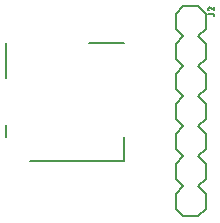
<source format=gbr>
G04 EAGLE Gerber X2 export*
%TF.Part,Single*%
%TF.FileFunction,Legend,Top,1*%
%TF.FilePolarity,Positive*%
%TF.GenerationSoftware,Autodesk,EAGLE,8.7.1*%
%TF.CreationDate,2018-04-15T23:48:00Z*%
G75*
%MOMM*%
%FSLAX34Y34*%
%LPD*%
%AMOC8*
5,1,8,0,0,1.08239X$1,22.5*%
G01*
%ADD10C,0.152400*%
%ADD11C,0.203200*%
%ADD12C,0.127000*%


D10*
X100000Y0D02*
X20000Y0D01*
X0Y70000D02*
X0Y100000D01*
X0Y30000D02*
X0Y20000D01*
X100000Y20000D02*
X100000Y0D01*
X100000Y100000D02*
X70000Y100000D01*
D11*
X169100Y-28250D02*
X169100Y-40950D01*
X162750Y-47300D01*
X150050Y-47300D02*
X143700Y-40950D01*
X169100Y-2850D02*
X162750Y3500D01*
X169100Y-2850D02*
X169100Y-15550D01*
X162750Y-21900D01*
X150050Y-21900D02*
X143700Y-15550D01*
X143700Y-2850D01*
X150050Y3500D01*
X162750Y-21900D02*
X169100Y-28250D01*
X150050Y-21900D02*
X143700Y-28250D01*
X143700Y-40950D01*
X169100Y35250D02*
X169100Y47950D01*
X169100Y35250D02*
X162750Y28900D01*
X150050Y28900D02*
X143700Y35250D01*
X162750Y28900D02*
X169100Y22550D01*
X169100Y9850D01*
X162750Y3500D01*
X150050Y3500D02*
X143700Y9850D01*
X143700Y22550D01*
X150050Y28900D01*
X169100Y73350D02*
X162750Y79700D01*
X169100Y73350D02*
X169100Y60650D01*
X162750Y54300D01*
X150050Y54300D02*
X143700Y60650D01*
X143700Y73350D01*
X150050Y79700D01*
X162750Y54300D02*
X169100Y47950D01*
X150050Y54300D02*
X143700Y47950D01*
X143700Y35250D01*
X169100Y111450D02*
X169100Y124150D01*
X169100Y111450D02*
X162750Y105100D01*
X150050Y105100D02*
X143700Y111450D01*
X162750Y105100D02*
X169100Y98750D01*
X169100Y86050D01*
X162750Y79700D01*
X150050Y79700D02*
X143700Y86050D01*
X143700Y98750D01*
X150050Y105100D01*
X150050Y130500D02*
X162750Y130500D01*
X169100Y124150D01*
X150050Y130500D02*
X143700Y124150D01*
X143700Y111450D01*
X150050Y-47300D02*
X162750Y-47300D01*
D12*
X171005Y124236D02*
X174759Y124236D01*
X174824Y124234D01*
X174888Y124228D01*
X174952Y124218D01*
X175016Y124205D01*
X175078Y124187D01*
X175139Y124166D01*
X175199Y124142D01*
X175257Y124113D01*
X175314Y124081D01*
X175368Y124046D01*
X175420Y124008D01*
X175470Y123966D01*
X175517Y123922D01*
X175561Y123875D01*
X175603Y123825D01*
X175641Y123773D01*
X175676Y123719D01*
X175708Y123662D01*
X175737Y123604D01*
X175761Y123544D01*
X175782Y123483D01*
X175800Y123421D01*
X175813Y123357D01*
X175823Y123293D01*
X175829Y123229D01*
X175831Y123164D01*
X175831Y122627D01*
X171005Y128658D02*
X171007Y128726D01*
X171013Y128793D01*
X171022Y128860D01*
X171035Y128927D01*
X171052Y128992D01*
X171073Y129057D01*
X171097Y129120D01*
X171125Y129182D01*
X171156Y129242D01*
X171190Y129300D01*
X171228Y129356D01*
X171268Y129411D01*
X171312Y129462D01*
X171359Y129511D01*
X171408Y129558D01*
X171459Y129602D01*
X171514Y129642D01*
X171570Y129680D01*
X171628Y129714D01*
X171688Y129745D01*
X171750Y129773D01*
X171813Y129797D01*
X171878Y129818D01*
X171943Y129835D01*
X172010Y129848D01*
X172077Y129857D01*
X172144Y129863D01*
X172212Y129865D01*
X171005Y128658D02*
X171007Y128580D01*
X171013Y128502D01*
X171023Y128425D01*
X171036Y128348D01*
X171054Y128272D01*
X171075Y128197D01*
X171100Y128123D01*
X171129Y128051D01*
X171161Y127980D01*
X171197Y127911D01*
X171236Y127843D01*
X171279Y127778D01*
X171325Y127715D01*
X171374Y127654D01*
X171426Y127596D01*
X171481Y127541D01*
X171538Y127488D01*
X171598Y127439D01*
X171661Y127392D01*
X171726Y127349D01*
X171792Y127309D01*
X171861Y127272D01*
X171932Y127239D01*
X172004Y127209D01*
X172078Y127183D01*
X173150Y129463D02*
X173101Y129512D01*
X173049Y129559D01*
X172994Y129602D01*
X172937Y129643D01*
X172878Y129681D01*
X172817Y129715D01*
X172754Y129746D01*
X172690Y129774D01*
X172624Y129798D01*
X172558Y129818D01*
X172490Y129835D01*
X172421Y129848D01*
X172352Y129857D01*
X172282Y129863D01*
X172212Y129865D01*
X173150Y129463D02*
X175831Y127184D01*
X175831Y129865D01*
M02*

</source>
